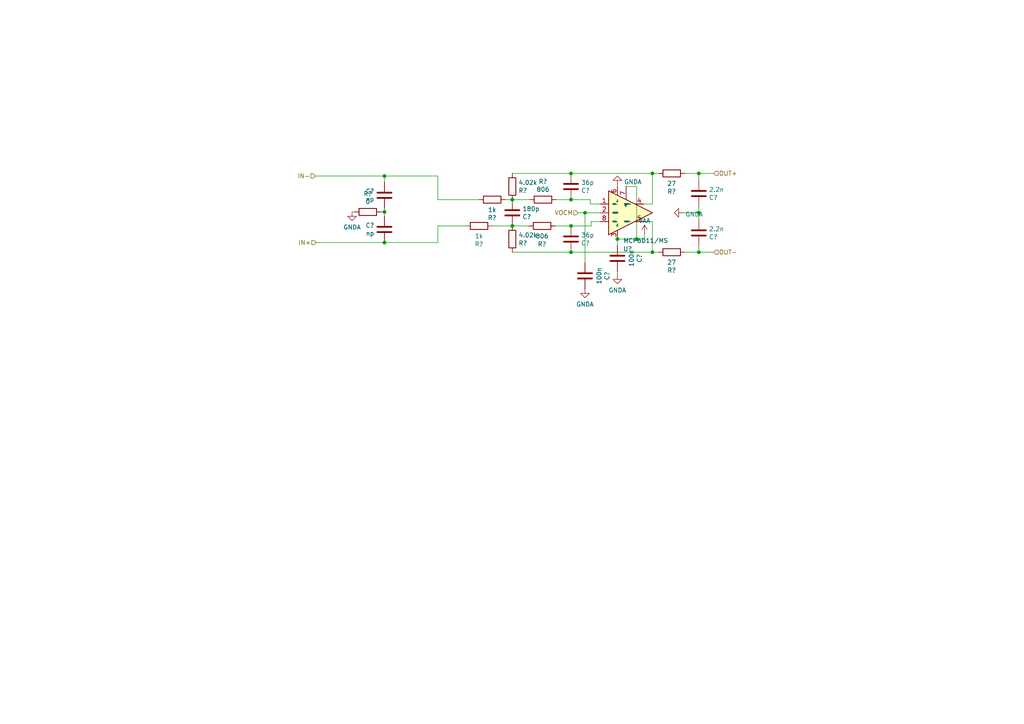
<source format=kicad_sch>
(kicad_sch (version 20250114) (generator "eeschema") (generator_version "9.0")
  (paper "A4")
  (lib_symbols
    (symbol "adrf:MCP6D11/MS" (pin_names (offset 1.016))
      (property "Reference" "U" (at 0 2.54 0))
      (property "Value" "MCP6D11/MS" (at 0 0 0))
      (symbol "MCP6D11/MS_1_1"
        (polyline (pts (xy -8.89 -1.27) (xy -8.89 -13.97) (xy 3.81 -7.62) (xy -8.89 -1.27)) (stroke (width 0.254)) (fill (type background)))
        (polyline (pts (xy 1.27 -5.08) (xy -1.27 -5.08)))
        (polyline (pts (xy 1.27 -10.16) (xy -1.27 -10.16)))
        (pin input line (at -11.43 -5.08 0) (length 2.54) (name "VIN+") (number "8"))
        (pin input line (at -11.43 -7.62 0) (length 2.54) (name "VOCM") (number "2"))
        (pin input line (at -11.43 -10.16 0) (length 2.54) (name "VIN-") (number "1"))
        (pin power_in line (at -6.35 0 270) (length 2.54) (name "V+") (number "3"))
        (pin power_in line (at -6.35 -15.24 90) (length 2.54) (name "V-") (number "6"))
        (pin input line (at -3.81 -15.24 90) (length 3.84) (name "~{PD}") (number "7"))
        (pin passive line (at 1.27 -5.08 180) (length 2.54) (name "VOUT-") (number "5"))
        (pin passive line (at 1.27 -10.16 180) (length 2.54) (name "VOUT+") (number "4"))
      )
    )
    (symbol "device:C" (pin_numbers (hide yes)) (pin_names (offset 0.254))
      (property "Reference" "C" (at 0.635 2.54 0))
      (property "Value" "device_C" (at 0.635 -2.54 0))
      (symbol "C_0_1"
        (polyline (pts (xy -2.032 0.762) (xy 2.032 0.762)) (stroke (width 0.508)))
        (polyline (pts (xy -2.032 -0.762) (xy 2.032 -0.762)) (stroke (width 0.508)))
      )
      (symbol "C_1_1"
        (pin passive line (at 0 3.81 270) (length 2.794) (name "~") (number "1"))
        (pin passive line (at 0 -3.81 90) (length 2.794) (name "~") (number "2"))
      )
    )
    (symbol "device:R" (pin_numbers (hide yes)) (pin_names (offset 0))
      (property "Reference" "R" (at 2.032 0 90))
      (property "Value" "device_R" (at 0 0 90))
      (symbol "R_0_1"
        (rectangle (start -1.016 -2.54) (end 1.016 2.54) (stroke (width 0.254)))
      )
      (symbol "R_1_1"
        (pin passive line (at 0 3.81 270) (length 1.27) (name "~") (number "1"))
        (pin passive line (at 0 -3.81 90) (length 1.27) (name "~") (number "2"))
      )
    )
    (symbol "power:GNDA" (power) (pin_names (offset 0))
      (property "Value" "GNDA" (at 0 -3.81 0))
      (symbol "GNDA_0_1"
        (polyline (pts (xy 0 0) (xy 0 -1.27) (xy 1.27 -1.27) (xy 0 -2.54) (xy -1.27 -1.27) (xy 0 -1.27)))
      )
      (symbol "GNDA_1_1"
        (pin power_in line (at 0 0 270) (length 0) (hide yes) (name "GNDA") (number "1"))
      )
    )
    (symbol "power:VAA" (power) (pin_names (offset 0))
      (property "Value" "VAA" (at 0 3.81 0))
      (symbol "VAA_0_1"
        (polyline (pts (xy -0.762 1.27) (xy 0 2.54)))
        (polyline (pts (xy 0 2.54) (xy 0.762 1.27)))
        (polyline (pts (xy 0 0) (xy 0 2.54)))
      )
      (symbol "VAA_1_1"
        (pin power_in line (at 0 0 90) (length 0) (hide yes) (name "VAA") (number "1"))
      )
    )
  )
  (junction (at 165.608 73.152))
  (junction (at 111.506 70.358))
  (junction (at 189.23 73.152))
  (junction (at 189.23 50.292))
  (junction (at 202.692 61.722))
  (junction (at 165.608 50.292))
  (junction (at 148.59 57.912))
  (junction (at 169.672 61.722))
  (junction (at 165.608 57.912))
  (junction (at 148.59 65.532))
  (junction (at 111.506 51.054))
  (junction (at 179.07 69.342))
  (junction (at 202.692 50.292))
  (junction (at 184.658 69.342))
  (junction (at 111.506 61.468))
  (junction (at 165.608 65.532))
  (junction (at 202.692 73.152))
  (wire (pts (xy 198.628 50.292) (xy 202.692 50.292)))
  (wire (pts (xy 171.45 65.532) (xy 165.608 65.532)))
  (wire (pts (xy 127 51.054) (xy 127 57.912)))
  (wire (pts (xy 127 57.912) (xy 138.938 57.912)))
  (wire (pts (xy 171.196 59.182) (xy 173.99 59.182)))
  (wire (pts (xy 111.506 62.738) (xy 111.506 61.468)))
  (wire (pts (xy 161.29 57.912) (xy 165.608 57.912)))
  (wire (pts (xy 181.61 54.102) (xy 184.658 54.102)))
  (wire (pts (xy 148.59 73.152) (xy 165.608 73.152)))
  (wire (pts (xy 202.692 61.722) (xy 202.692 63.754)))
  (wire (pts (xy 91.44 51.054) (xy 111.506 51.054)))
  (wire (pts (xy 111.506 51.054) (xy 127 51.054)))
  (wire (pts (xy 189.23 73.152) (xy 191.008 73.152)))
  (wire (pts (xy 167.64 61.722) (xy 169.672 61.722)))
  (wire (pts (xy 148.59 57.912) (xy 153.67 57.912)))
  (wire (pts (xy 111.506 70.358) (xy 127 70.358)))
  (wire (pts (xy 111.506 52.832) (xy 111.506 51.054)))
  (wire (pts (xy 189.23 64.262) (xy 186.69 64.262)))
  (wire (pts (xy 146.558 57.912) (xy 148.59 57.912)))
  (wire (pts (xy 184.658 54.102) (xy 184.658 69.342)))
  (wire (pts (xy 148.59 50.292) (xy 165.608 50.292)))
  (wire (pts (xy 171.45 65.532) (xy 171.45 64.262)))
  (wire (pts (xy 179.07 69.342) (xy 184.658 69.342)))
  (wire (pts (xy 179.07 53.594) (xy 179.07 54.102)))
  (wire (pts (xy 111.506 61.468) (xy 110.49 61.468)))
  (wire (pts (xy 202.692 50.292) (xy 202.692 52.324)))
  (wire (pts (xy 161.036 65.532) (xy 165.608 65.532)))
  (wire (pts (xy 127 65.532) (xy 135.128 65.532)))
  (wire (pts (xy 142.748 65.532) (xy 148.59 65.532)))
  (wire (pts (xy 198.628 73.152) (xy 202.692 73.152)))
  (wire (pts (xy 91.694 70.358) (xy 111.506 70.358)))
  (wire (pts (xy 165.608 57.912) (xy 171.196 57.912)))
  (wire (pts (xy 165.608 73.152) (xy 189.23 73.152)))
  (wire (pts (xy 179.07 78.74) (xy 179.07 79.756)))
  (wire (pts (xy 186.944 67.818) (xy 186.944 69.342)))
  (wire (pts (xy 127 70.358) (xy 127 65.532)))
  (wire (pts (xy 189.23 64.262) (xy 189.23 73.152)))
  (wire (pts (xy 171.45 64.262) (xy 173.99 64.262)))
  (wire (pts (xy 169.672 61.722) (xy 173.99 61.722)))
  (wire (pts (xy 189.23 50.292) (xy 191.008 50.292)))
  (wire (pts (xy 202.692 71.374) (xy 202.692 73.152)))
  (wire (pts (xy 202.692 73.152) (xy 207.01 73.152)))
  (wire (pts (xy 111.506 61.468) (xy 111.506 60.452)))
  (wire (pts (xy 189.23 59.182) (xy 189.23 50.292)))
  (wire (pts (xy 184.658 69.342) (xy 186.944 69.342)))
  (wire (pts (xy 171.196 57.912) (xy 171.196 59.182)))
  (wire (pts (xy 165.608 50.292) (xy 189.23 50.292)))
  (wire (pts (xy 148.59 65.532) (xy 153.416 65.532)))
  (wire (pts (xy 202.692 59.944) (xy 202.692 61.722)))
  (wire (pts (xy 189.23 59.182) (xy 186.69 59.182)))
  (wire (pts (xy 102.87 61.468) (xy 102.108 61.468)))
  (wire (pts (xy 202.692 50.292) (xy 207.01 50.292)))
  (wire (pts (xy 198.12 61.722) (xy 202.692 61.722)))
  (wire (pts (xy 179.07 69.342) (xy 179.07 71.12)))
  (wire (pts (xy 169.672 61.722) (xy 169.672 76.2)))
  (hierarchical_label "IN+" (shape input) (at 91.694 70.358 180))
  (hierarchical_label "VOCM" (shape input) (at 167.64 61.722 180))
  (hierarchical_label "OUT+" (shape input) (at 207.01 50.292 0))
  (hierarchical_label "OUT-" (shape input) (at 207.01 73.152 0))
  (hierarchical_label "IN-" (shape input) (at 91.44 51.054 180))
  (symbol (lib_id "device:R") (at 194.818 50.292 270) (mirror x) (unit 1)
    (property "Reference" "R64" (at 194.818 55.5498 90))
    (property "Value" "27" (at 194.818 53.2384 90))
    (property "Footprint" "Resistor_SMD:R_0603_1608Metric" (effects (hide yes)))
    (instances (project "multirecv" (path "" (reference "R?") (unit 1)) (path "" (reference "R?") (unit 1)) (path "" (reference "R?") (unit 1)) (path "" (reference "R?") (unit 1)) (path "" (reference "R55") (unit 1)) (path "" (reference "R64") (unit 1)) (path "" (reference "R37") (unit 1)) (path "" (reference "R46") (unit 1))))
  )
  (symbol (lib_id "device:C") (at 148.59 61.722 0) (mirror x) (unit 1)
    (property "Reference" "C63" (at 151.511 62.8904 0) (effects (justify left)))
    (property "Value" "180p" (at 151.511 60.579 0) (effects (justify left)))
    (property "Footprint" "Capacitor_SMD:C_0603_1608Metric" (effects (hide yes)))
    (instances (project "multirecv" (path "" (reference "C?") (unit 1)) (path "" (reference "C?") (unit 1)) (path "" (reference "C?") (unit 1)) (path "" (reference "C?") (unit 1)) (path "" (reference "C54") (unit 1)) (path "" (reference "C63") (unit 1)) (path "" (reference "C36") (unit 1)) (path "" (reference "C45") (unit 1))))
  )
  (symbol (lib_id "device:C") (at 165.608 69.342 0) (mirror x) (unit 1)
    (property "Reference" "C65" (at 168.529 70.5104 0) (effects (justify left)))
    (property "Value" "36p" (at 168.529 68.199 0) (effects (justify left)))
    (property "Footprint" "Capacitor_SMD:C_0603_1608Metric" (effects (hide yes)))
    (instances (project "multirecv" (path "" (reference "C?") (unit 1)) (path "" (reference "C?") (unit 1)) (path "" (reference "C?") (unit 1)) (path "" (reference "C?") (unit 1)) (path "" (reference "C56") (unit 1)) (path "" (reference "C65") (unit 1)) (path "" (reference "C38") (unit 1)) (path "" (reference "C47") (unit 1))))
  )
  (symbol (lib_id "device:C") (at 111.506 56.642 0) (mirror y) (unit 1)
    (property "Reference" "C61" (at 108.585 55.4736 0) (effects (justify left)))
    (property "Value" "np" (at 108.585 57.785 0) (effects (justify left)))
    (property "Footprint" "Capacitor_SMD:C_0402_1005Metric" (effects (hide yes)))
    (instances (project "multirecv" (path "" (reference "C?") (unit 1)) (path "" (reference "C?") (unit 1)) (path "" (reference "C?") (unit 1)) (path "" (reference "C?") (unit 1)) (path "" (reference "C52") (unit 1)) (path "" (reference "C61") (unit 1)) (path "" (reference "C34") (unit 1)) (path "" (reference "C43") (unit 1))))
  )
  (symbol (lib_id "device:R") (at 148.59 69.342 0) (mirror x) (unit 1)
    (property "Reference" "R61" (at 150.368 70.5104 0) (effects (justify left)))
    (property "Value" "4.02k" (at 150.368 68.199 0) (effects (justify left)))
    (property "Footprint" "Resistor_SMD:R_0603_1608Metric" (effects (hide yes)))
    (instances (project "multirecv" (path "" (reference "R?") (unit 1)) (path "" (reference "R?") (unit 1)) (path "" (reference "R?") (unit 1)) (path "" (reference "R?") (unit 1)) (path "" (reference "R52") (unit 1)) (path "" (reference "R61") (unit 1)) (path "" (reference "R34") (unit 1)) (path "" (reference "R43") (unit 1))))
  )
  (symbol (lib_id "device:R") (at 106.68 61.468 90) (mirror x) (unit 1)
    (property "Reference" "R57" (at 106.68 56.2102 90))
    (property "Value" "0" (at 106.68 58.5216 90))
    (property "Footprint" "Resistor_SMD:R_0402_1005Metric" (effects (hide yes)))
    (instances (project "multirecv" (path "" (reference "R?") (unit 1)) (path "" (reference "R?") (unit 1)) (path "" (reference "R?") (unit 1)) (path "" (reference "R?") (unit 1)) (path "" (reference "R48") (unit 1)) (path "" (reference "R57") (unit 1)) (path "" (reference "R30") (unit 1)) (path "" (reference "R39") (unit 1))))
  )
  (symbol (lib_id "power:GNDA") (at 179.07 53.594 180) (unit 1)
    (property "Reference" "#PWR0101" (effects (hide yes)))
    (property "Value" "GNDA" (at 180.975 52.7578 0) (effects (justify right)))
    (instances (project "multirecv" (path "" (reference "#PWR?") (unit 1)) (path "" (reference "#PWR?") (unit 1)) (path "" (reference "#PWR?") (unit 1)) (path "" (reference "#PWR?") (unit 1)) (path "" (reference "#PWR095") (unit 1)) (path "" (reference "#PWR0101") (unit 1)) (path "" (reference "#PWR083") (unit 1)) (path "" (reference "#PWR089") (unit 1))))
  )
  (symbol (lib_id "device:C") (at 169.672 80.01 0) (unit 1)
    (property "Reference" "C66" (at 176.0728 80.01 90))
    (property "Value" "100n" (at 173.7614 80.01 90))
    (property "Footprint" "Capacitor_SMD:C_0402_1005Metric" (effects (hide yes)))
    (instances (project "multirecv" (path "" (reference "C?") (unit 1)) (path "" (reference "C?") (unit 1)) (path "" (reference "C?") (unit 1)) (path "" (reference "C?") (unit 1)) (path "" (reference "C57") (unit 1)) (path "" (reference "C66") (unit 1)) (path "" (reference "C39") (unit 1)) (path "" (reference "C48") (unit 1))))
  )
  (symbol (lib_id "device:R") (at 194.818 73.152 270) (mirror x) (unit 1)
    (property "Reference" "R65" (at 194.818 78.4098 90))
    (property "Value" "27" (at 194.818 76.0984 90))
    (property "Footprint" "Resistor_SMD:R_0603_1608Metric" (effects (hide yes)))
    (instances (project "multirecv" (path "" (reference "R?") (unit 1)) (path "" (reference "R?") (unit 1)) (path "" (reference "R?") (unit 1)) (path "" (reference "R?") (unit 1)) (path "" (reference "R56") (unit 1)) (path "" (reference "R65") (unit 1)) (path "" (reference "R38") (unit 1)) (path "" (reference "R47") (unit 1))))
  )
  (symbol (lib_id "power:VAA") (at 186.944 67.818 0) (unit 1)
    (property "Reference" "#PWR0103" (effects (hide yes)))
    (property "Value" "VAA" (at 186.944 64.008 0))
    (instances (project "multirecv" (path "" (reference "#PWR?") (unit 1)) (path "" (reference "#PWR?") (unit 1)) (path "" (reference "#PWR?") (unit 1)) (path "" (reference "#PWR?") (unit 1)) (path "" (reference "#PWR097") (unit 1)) (path "" (reference "#PWR0103") (unit 1)) (path "" (reference "#PWR085") (unit 1)) (path "" (reference "#PWR091") (unit 1))))
  )
  (symbol (lib_id "power:GNDA") (at 198.12 61.722 270) (unit 1)
    (property "Reference" "#PWR0104" (effects (hide yes)))
    (property "Value" "GNDA" (at 198.755 62.1558 90) (effects (justify left)))
    (instances (project "multirecv" (path "" (reference "#PWR?") (unit 1)) (path "" (reference "#PWR?") (unit 1)) (path "" (reference "#PWR?") (unit 1)) (path "" (reference "#PWR?") (unit 1)) (path "" (reference "#PWR098") (unit 1)) (path "" (reference "#PWR0104") (unit 1)) (path "" (reference "#PWR086") (unit 1)) (path "" (reference "#PWR092") (unit 1))))
  )
  (symbol (lib_id "device:R") (at 157.226 65.532 270) (mirror x) (unit 1)
    (property "Reference" "R62" (at 157.226 70.7898 90))
    (property "Value" "806" (at 157.226 68.4784 90))
    (property "Footprint" "Resistor_SMD:R_0603_1608Metric" (effects (hide yes)))
    (instances (project "multirecv" (path "" (reference "R?") (unit 1)) (path "" (reference "R?") (unit 1)) (path "" (reference "R?") (unit 1)) (path "" (reference "R?") (unit 1)) (path "" (reference "R53") (unit 1)) (path "" (reference "R62") (unit 1)) (path "" (reference "R35") (unit 1)) (path "" (reference "R44") (unit 1))))
  )
  (symbol (lib_id "device:R") (at 138.938 65.532 270) (mirror x) (unit 1)
    (property "Reference" "R58" (at 138.938 70.7898 90))
    (property "Value" "1k" (at 138.938 68.4784 90))
    (property "Footprint" "Resistor_SMD:R_0603_1608Metric" (effects (hide yes)))
    (instances (project "multirecv" (path "" (reference "R?") (unit 1)) (path "" (reference "R?") (unit 1)) (path "" (reference "R?") (unit 1)) (path "" (reference "R?") (unit 1)) (path "" (reference "R49") (unit 1)) (path "" (reference "R58") (unit 1)) (path "" (reference "R31") (unit 1)) (path "" (reference "R40") (unit 1))))
  )
  (symbol (lib_id "device:C") (at 202.692 56.134 0) (mirror x) (unit 1)
    (property "Reference" "C68" (at 205.613 57.3024 0) (effects (justify left)))
    (property "Value" "2.2n" (at 205.613 54.991 0) (effects (justify left)))
    (property "Footprint" "Capacitor_SMD:C_0603_1608Metric" (effects (hide yes)))
    (instances (project "multirecv" (path "" (reference "C?") (unit 1)) (path "" (reference "C?") (unit 1)) (path "" (reference "C?") (unit 1)) (path "" (reference "C?") (unit 1)) (path "" (reference "C59") (unit 1)) (path "" (reference "C68") (unit 1)) (path "" (reference "C41") (unit 1)) (path "" (reference "C50") (unit 1))))
  )
  (symbol (lib_id "adrf:MCP6D11/MS") (at 185.42 69.342 0) (mirror x) (unit 1)
    (property "Reference" "U11" (at 180.7211 72.2163 0) (effects (justify left)))
    (property "Value" "MCP6D11/MS" (at 180.7211 69.7921 0) (effects (justify left)))
    (property "Footprint" "Package_SO:MSOP-8_3x3mm_P0.65mm" (effects (hide yes)))
    (instances (project "multirecv" (path "" (reference "U?") (unit 1)) (path "" (reference "U?") (unit 1)) (path "" (reference "U?") (unit 1)) (path "" (reference "U?") (unit 1)) (path "" (reference "U10") (unit 1)) (path "" (reference "U11") (unit 1)) (path "" (reference "U8") (unit 1)) (path "" (reference "U9") (unit 1))))
  )
  (symbol (lib_id "device:C") (at 202.692 67.564 0) (mirror x) (unit 1)
    (property "Reference" "C69" (at 205.613 68.7324 0) (effects (justify left)))
    (property "Value" "2.2n" (at 205.613 66.421 0) (effects (justify left)))
    (property "Footprint" "Capacitor_SMD:C_0603_1608Metric" (effects (hide yes)))
    (instances (project "multirecv" (path "" (reference "C?") (unit 1)) (path "" (reference "C?") (unit 1)) (path "" (reference "C?") (unit 1)) (path "" (reference "C?") (unit 1)) (path "" (reference "C60") (unit 1)) (path "" (reference "C69") (unit 1)) (path "" (reference "C42") (unit 1)) (path "" (reference "C51") (unit 1))))
  )
  (symbol (lib_id "power:GNDA") (at 169.672 83.82 0) (unit 1)
    (property "Reference" "#PWR0100" (effects (hide yes)))
    (property "Value" "GNDA" (at 169.672 88.2634 0))
    (instances (project "multirecv" (path "" (reference "#PWR?") (unit 1)) (path "" (reference "#PWR?") (unit 1)) (path "" (reference "#PWR?") (unit 1)) (path "" (reference "#PWR?") (unit 1)) (path "" (reference "#PWR094") (unit 1)) (path "" (reference "#PWR0100") (unit 1)) (path "" (reference "#PWR082") (unit 1)) (path "" (reference "#PWR088") (unit 1))))
  )
  (symbol (lib_id "device:R") (at 142.748 57.912 270) (mirror x) (unit 1)
    (property "Reference" "R59" (at 142.748 63.1698 90))
    (property "Value" "1k" (at 142.748 60.8584 90))
    (property "Footprint" "Resistor_SMD:R_0603_1608Metric" (effects (hide yes)))
    (instances (project "multirecv" (path "" (reference "R?") (unit 1)) (path "" (reference "R?") (unit 1)) (path "" (reference "R?") (unit 1)) (path "" (reference "R?") (unit 1)) (path "" (reference "R50") (unit 1)) (path "" (reference "R59") (unit 1)) (path "" (reference "R32") (unit 1)) (path "" (reference "R41") (unit 1))))
  )
  (symbol (lib_id "device:C") (at 165.608 54.102 0) (mirror x) (unit 1)
    (property "Reference" "C64" (at 168.529 55.2704 0) (effects (justify left)))
    (property "Value" "36p" (at 168.529 52.959 0) (effects (justify left)))
    (property "Footprint" "Capacitor_SMD:C_0603_1608Metric" (effects (hide yes)))
    (instances (project "multirecv" (path "" (reference "C?") (unit 1)) (path "" (reference "C?") (unit 1)) (path "" (reference "C?") (unit 1)) (path "" (reference "C?") (unit 1)) (path "" (reference "C55") (unit 1)) (path "" (reference "C64") (unit 1)) (path "" (reference "C37") (unit 1)) (path "" (reference "C46") (unit 1))))
  )
  (symbol (lib_id "device:R") (at 148.59 54.102 0) (mirror x) (unit 1)
    (property "Reference" "R60" (at 150.368 55.2704 0) (effects (justify left)))
    (property "Value" "4.02k" (at 150.368 52.959 0) (effects (justify left)))
    (property "Footprint" "Resistor_SMD:R_0603_1608Metric" (effects (hide yes)))
    (instances (project "multirecv" (path "" (reference "R?") (unit 1)) (path "" (reference "R?") (unit 1)) (path "" (reference "R?") (unit 1)) (path "" (reference "R?") (unit 1)) (path "" (reference "R51") (unit 1)) (path "" (reference "R60") (unit 1)) (path "" (reference "R33") (unit 1)) (path "" (reference "R42") (unit 1))))
  )
  (symbol (lib_id "device:C") (at 111.506 66.548 0) (mirror y) (unit 1)
    (property "Reference" "C62" (at 108.585 65.3796 0) (effects (justify left)))
    (property "Value" "np" (at 108.585 67.691 0) (effects (justify left)))
    (property "Footprint" "Capacitor_SMD:C_0402_1005Metric" (effects (hide yes)))
    (instances (project "multirecv" (path "" (reference "C?") (unit 1)) (path "" (reference "C?") (unit 1)) (path "" (reference "C?") (unit 1)) (path "" (reference "C?") (unit 1)) (path "" (reference "C53") (unit 1)) (path "" (reference "C62") (unit 1)) (path "" (reference "C35") (unit 1)) (path "" (reference "C44") (unit 1))))
  )
  (symbol (lib_id "power:GNDA") (at 102.108 61.468 0) (unit 1)
    (property "Reference" "#PWR099" (effects (hide yes)))
    (property "Value" "GNDA" (at 102.108 65.9114 0))
    (instances (project "multirecv" (path "" (reference "#PWR?") (unit 1)) (path "" (reference "#PWR?") (unit 1)) (path "" (reference "#PWR?") (unit 1)) (path "" (reference "#PWR?") (unit 1)) (path "" (reference "#PWR093") (unit 1)) (path "" (reference "#PWR099") (unit 1)) (path "" (reference "#PWR081") (unit 1)) (path "" (reference "#PWR087") (unit 1))))
  )
  (symbol (lib_id "device:R") (at 157.48 57.912 90) (mirror x) (unit 1)
    (property "Reference" "R63" (at 157.48 52.6542 90))
    (property "Value" "806" (at 157.48 54.9656 90))
    (property "Footprint" "Resistor_SMD:R_0603_1608Metric" (effects (hide yes)))
    (instances (project "multirecv" (path "" (reference "R?") (unit 1)) (path "" (reference "R?") (unit 1)) (path "" (reference "R?") (unit 1)) (path "" (reference "R?") (unit 1)) (path "" (reference "R54") (unit 1)) (path "" (reference "R63") (unit 1)) (path "" (reference "R36") (unit 1)) (path "" (reference "R45") (unit 1))))
  )
  (symbol (lib_id "power:GNDA") (at 179.07 79.756 0) (unit 1)
    (property "Reference" "#PWR0102" (effects (hide yes)))
    (property "Value" "GNDA" (at 179.07 84.1994 0))
    (instances (project "multirecv" (path "" (reference "#PWR?") (unit 1)) (path "" (reference "#PWR?") (unit 1)) (path "" (reference "#PWR?") (unit 1)) (path "" (reference "#PWR?") (unit 1)) (path "" (reference "#PWR096") (unit 1)) (path "" (reference "#PWR0102") (unit 1)) (path "" (reference "#PWR084") (unit 1)) (path "" (reference "#PWR090") (unit 1))))
  )
  (symbol (lib_id "device:C") (at 179.07 74.93 0) (unit 1)
    (property "Reference" "C67" (at 185.4708 74.93 90))
    (property "Value" "100n" (at 183.1594 74.93 90))
    (property "Footprint" "Capacitor_SMD:C_0402_1005Metric" (effects (hide yes)))
    (instances (project "multirecv" (path "" (reference "C?") (unit 1)) (path "" (reference "C?") (unit 1)) (path "" (reference "C?") (unit 1)) (path "" (reference "C?") (unit 1)) (path "" (reference "C58") (unit 1)) (path "" (reference "C67") (unit 1)) (path "" (reference "C40") (unit 1)) (path "" (reference "C49") (unit 1))))
  )
)
</source>
